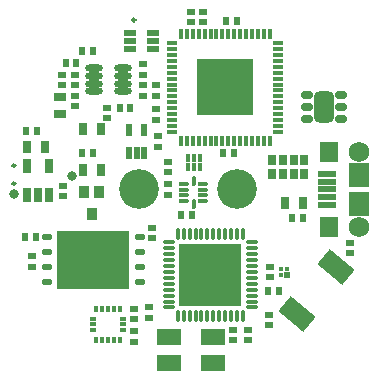
<source format=gts>
%FSLAX24Y24*%
%MOIN*%
G70*
G01*
G75*
G04 Layer_Color=8388736*
%ADD10C,0.0100*%
G04:AMPARAMS|DCode=11|XSize=63mil|YSize=98.4mil|CornerRadius=15.7mil|HoleSize=0mil|Usage=FLASHONLY|Rotation=0.000|XOffset=0mil|YOffset=0mil|HoleType=Round|Shape=RoundedRectangle|*
%AMROUNDEDRECTD11*
21,1,0.0630,0.0669,0,0,0.0*
21,1,0.0315,0.0984,0,0,0.0*
1,1,0.0315,0.0157,-0.0335*
1,1,0.0315,-0.0157,-0.0335*
1,1,0.0315,-0.0157,0.0335*
1,1,0.0315,0.0157,0.0335*
%
%ADD11ROUNDEDRECTD11*%
G04:AMPARAMS|DCode=12|XSize=33.5mil|YSize=17.7mil|CornerRadius=4.4mil|HoleSize=0mil|Usage=FLASHONLY|Rotation=0.000|XOffset=0mil|YOffset=0mil|HoleType=Round|Shape=RoundedRectangle|*
%AMROUNDEDRECTD12*
21,1,0.0335,0.0089,0,0,0.0*
21,1,0.0246,0.0177,0,0,0.0*
1,1,0.0089,0.0123,-0.0044*
1,1,0.0089,-0.0123,-0.0044*
1,1,0.0089,-0.0123,0.0044*
1,1,0.0089,0.0123,0.0044*
%
%ADD12ROUNDEDRECTD12*%
%ADD13O,0.0335X0.0110*%
%ADD14O,0.0110X0.0335*%
%ADD15R,0.2028X0.2028*%
%ADD16R,0.1850X0.1850*%
%ADD17O,0.0110X0.0315*%
%ADD18O,0.0315X0.0110*%
%ADD19O,0.0276X0.0098*%
%ADD20O,0.0098X0.0276*%
%ADD21O,0.0532X0.0177*%
%ADD22R,0.0142X0.0142*%
%ADD23R,0.0110X0.0110*%
G04:AMPARAMS|DCode=24|XSize=59.1mil|YSize=102.4mil|CornerRadius=0mil|HoleSize=0mil|Usage=FLASHONLY|Rotation=230.000|XOffset=0mil|YOffset=0mil|HoleType=Round|Shape=Rectangle|*
%AMROTATEDRECTD24*
4,1,4,-0.0202,0.0555,0.0582,-0.0103,0.0202,-0.0555,-0.0582,0.0103,-0.0202,0.0555,0.0*
%
%ADD24ROTATEDRECTD24*%

%ADD25R,0.0551X0.0630*%
%ADD26R,0.0630X0.0748*%
%ADD27R,0.0532X0.0157*%
%ADD28R,0.0138X0.0098*%
%ADD29R,0.0098X0.0187*%
%ADD30R,0.0217X0.0394*%
%ADD31R,0.0118X0.0193*%
%ADD32R,0.0118X0.0209*%
%ADD33R,0.0787X0.0472*%
%ADD34R,0.0335X0.0157*%
%ADD35R,0.0157X0.0335*%
%ADD36R,0.0276X0.0354*%
%ADD37R,0.0197X0.0315*%
%ADD38O,0.0315X0.0157*%
%ADD39R,0.2362X0.1890*%
%ADD40R,0.0236X0.0157*%
%ADD41R,0.0197X0.0354*%
%ADD42R,0.0157X0.0236*%
%ADD43R,0.0354X0.0197*%
%ADD44C,0.0060*%
%ADD45C,0.0050*%
%ADD46C,0.0120*%
%ADD47C,0.0181*%
%ADD48C,0.0080*%
%ADD49C,0.0150*%
%ADD50C,0.1260*%
%ADD51C,0.0630*%
%ADD52C,0.0180*%
%ADD53C,0.0197*%
%ADD54C,0.0276*%
%ADD55C,0.0260*%
%ADD56C,0.0220*%
%ADD57C,0.0200*%
%ADD58R,0.0236X0.0610*%
%ADD59R,0.0472X0.0709*%
%ADD60R,0.0591X0.0236*%
%ADD61R,0.0236X0.0591*%
%ADD62R,0.0512X0.0217*%
%ADD63R,0.1299X0.1299*%
%ADD64O,0.0315X0.0098*%
%ADD65O,0.0098X0.0315*%
%ADD66C,0.0098*%
%ADD67C,0.0039*%
%ADD68C,0.0079*%
%ADD69C,0.0047*%
G04:AMPARAMS|DCode=70|XSize=43.3mil|YSize=55.1mil|CornerRadius=0mil|HoleSize=0mil|Usage=FLASHONLY|Rotation=230.000|XOffset=0mil|YOffset=0mil|HoleType=Round|Shape=Rectangle|*
%AMROTATEDRECTD70*
4,1,4,-0.0072,0.0343,0.0350,-0.0011,0.0072,-0.0343,-0.0350,0.0011,-0.0072,0.0343,0.0*
%
%ADD70ROTATEDRECTD70*%

G04:AMPARAMS|DCode=71|XSize=69mil|YSize=104.4mil|CornerRadius=18.7mil|HoleSize=0mil|Usage=FLASHONLY|Rotation=0.000|XOffset=0mil|YOffset=0mil|HoleType=Round|Shape=RoundedRectangle|*
%AMROUNDEDRECTD71*
21,1,0.0690,0.0669,0,0,0.0*
21,1,0.0315,0.1044,0,0,0.0*
1,1,0.0375,0.0157,-0.0335*
1,1,0.0375,-0.0157,-0.0335*
1,1,0.0375,-0.0157,0.0335*
1,1,0.0375,0.0157,0.0335*
%
%ADD71ROUNDEDRECTD71*%
G04:AMPARAMS|DCode=72|XSize=39.5mil|YSize=23.7mil|CornerRadius=7.4mil|HoleSize=0mil|Usage=FLASHONLY|Rotation=0.000|XOffset=0mil|YOffset=0mil|HoleType=Round|Shape=RoundedRectangle|*
%AMROUNDEDRECTD72*
21,1,0.0395,0.0089,0,0,0.0*
21,1,0.0246,0.0237,0,0,0.0*
1,1,0.0149,0.0123,-0.0044*
1,1,0.0149,-0.0123,-0.0044*
1,1,0.0149,-0.0123,0.0044*
1,1,0.0149,0.0123,0.0044*
%
%ADD72ROUNDEDRECTD72*%
%ADD73O,0.0390X0.0165*%
%ADD74O,0.0165X0.0390*%
%ADD75R,0.2088X0.2088*%
%ADD76R,0.1910X0.1910*%
%ADD77O,0.0165X0.0370*%
%ADD78O,0.0370X0.0165*%
%ADD79O,0.0336X0.0158*%
%ADD80O,0.0158X0.0336*%
%ADD81O,0.0592X0.0237*%
%ADD82R,0.0202X0.0202*%
%ADD83R,0.0170X0.0170*%
G04:AMPARAMS|DCode=84|XSize=65.1mil|YSize=108.4mil|CornerRadius=0mil|HoleSize=0mil|Usage=FLASHONLY|Rotation=230.000|XOffset=0mil|YOffset=0mil|HoleType=Round|Shape=Rectangle|*
%AMROTATEDRECTD84*
4,1,4,-0.0206,0.0597,0.0624,-0.0099,0.0206,-0.0597,-0.0624,0.0099,-0.0206,0.0597,0.0*
%
%ADD84ROTATEDRECTD84*%

%ADD85R,0.0630X0.0709*%
%ADD86R,0.0709X0.0827*%
%ADD87R,0.0610X0.0236*%
%ADD88R,0.0198X0.0158*%
%ADD89R,0.0158X0.0247*%
%ADD90R,0.0277X0.0454*%
%ADD91R,0.0178X0.0253*%
%ADD92R,0.0178X0.0269*%
%ADD93R,0.0847X0.0532*%
%ADD94R,0.0395X0.0217*%
%ADD95R,0.0217X0.0395*%
%ADD96R,0.0336X0.0414*%
%ADD97R,0.0257X0.0375*%
%ADD98O,0.0375X0.0217*%
%ADD99R,0.2422X0.1950*%
%ADD100R,0.0296X0.0217*%
%ADD101R,0.0257X0.0414*%
%ADD102R,0.0217X0.0296*%
%ADD103R,0.0414X0.0257*%
%ADD104C,0.1320*%
%ADD105C,0.0690*%
%ADD106C,0.0320*%
%ADD107C,0.0020*%
D10*
X-1850Y5650D02*
G03*
X-1850Y5650I-50J0D01*
G01*
X-5850Y200D02*
G03*
X-5850Y200I-50J0D01*
G01*
Y800D02*
G03*
X-5850Y800I-50J0D01*
G01*
D71*
X4450Y2750D02*
D03*
D72*
X3879Y3144D02*
D03*
Y2750D02*
D03*
X5021Y3144D02*
D03*
Y2750D02*
D03*
X3879Y2356D02*
D03*
X5021D02*
D03*
D73*
X2028Y-3933D02*
D03*
Y-3736D02*
D03*
Y-3539D02*
D03*
Y-3342D02*
D03*
Y-3145D02*
D03*
Y-2948D02*
D03*
Y-2752D02*
D03*
Y-2555D02*
D03*
Y-2358D02*
D03*
Y-2161D02*
D03*
Y-1964D02*
D03*
Y-1767D02*
D03*
X-728D02*
D03*
Y-1964D02*
D03*
Y-2161D02*
D03*
Y-2358D02*
D03*
Y-2555D02*
D03*
Y-2752D02*
D03*
Y-2948D02*
D03*
Y-3145D02*
D03*
Y-3342D02*
D03*
Y-3539D02*
D03*
Y-3736D02*
D03*
Y-3933D02*
D03*
D74*
X1733Y-1472D02*
D03*
X1536D02*
D03*
X1339D02*
D03*
X1142D02*
D03*
X945D02*
D03*
X748D02*
D03*
X552D02*
D03*
X355D02*
D03*
X158D02*
D03*
X-39D02*
D03*
X-236D02*
D03*
X-433D02*
D03*
Y-4228D02*
D03*
X-236D02*
D03*
X-39D02*
D03*
X158D02*
D03*
X355D02*
D03*
X552D02*
D03*
X748D02*
D03*
X945D02*
D03*
X1142D02*
D03*
X1339D02*
D03*
X1536D02*
D03*
X1733D02*
D03*
D75*
X650Y-2850D02*
D03*
D76*
X1150Y3400D02*
D03*
D77*
X-326Y5172D02*
D03*
X-130D02*
D03*
X67D02*
D03*
X264D02*
D03*
X461D02*
D03*
X658D02*
D03*
X855D02*
D03*
X1052D02*
D03*
X1248D02*
D03*
X1445D02*
D03*
X1642D02*
D03*
X1839D02*
D03*
X2036D02*
D03*
X2233D02*
D03*
X2430D02*
D03*
X2626D02*
D03*
Y1628D02*
D03*
X2430D02*
D03*
X2233D02*
D03*
X2036D02*
D03*
X1839D02*
D03*
X1642D02*
D03*
X1445D02*
D03*
X1248D02*
D03*
X1052D02*
D03*
X855D02*
D03*
X658D02*
D03*
X461D02*
D03*
X264D02*
D03*
X67D02*
D03*
X-130D02*
D03*
X-326D02*
D03*
D78*
X2922Y4876D02*
D03*
Y4680D02*
D03*
Y4483D02*
D03*
Y4286D02*
D03*
Y4089D02*
D03*
Y3892D02*
D03*
Y3695D02*
D03*
Y3498D02*
D03*
Y3302D02*
D03*
Y3105D02*
D03*
Y2908D02*
D03*
Y2711D02*
D03*
Y2514D02*
D03*
Y2317D02*
D03*
Y2120D02*
D03*
Y1924D02*
D03*
X-622D02*
D03*
Y2120D02*
D03*
Y2317D02*
D03*
Y2514D02*
D03*
Y2711D02*
D03*
Y2908D02*
D03*
Y3105D02*
D03*
Y3302D02*
D03*
Y3498D02*
D03*
Y3695D02*
D03*
Y3892D02*
D03*
Y4089D02*
D03*
Y4286D02*
D03*
Y4483D02*
D03*
Y4680D02*
D03*
Y4876D02*
D03*
D79*
X415Y-395D02*
D03*
Y-198D02*
D03*
Y-2D02*
D03*
Y195D02*
D03*
X-215D02*
D03*
Y-2D02*
D03*
Y-198D02*
D03*
Y-395D02*
D03*
D80*
X100Y294D02*
D03*
Y-494D02*
D03*
D81*
X-2258Y3266D02*
D03*
Y3522D02*
D03*
Y3778D02*
D03*
Y4034D02*
D03*
X-3242Y3266D02*
D03*
Y3522D02*
D03*
Y3778D02*
D03*
Y4034D02*
D03*
D82*
X3200Y-2850D02*
D03*
D83*
Y-2650D02*
D03*
X3000D02*
D03*
Y-2850D02*
D03*
D84*
X3534Y-4146D02*
D03*
X4837Y-2593D02*
D03*
D85*
X4616Y-1260D02*
D03*
Y1260D02*
D03*
D86*
X5600Y-472D02*
D03*
Y472D02*
D03*
D87*
X4547Y0D02*
D03*
Y256D02*
D03*
Y512D02*
D03*
Y-256D02*
D03*
Y-512D02*
D03*
D88*
X-2248Y-4303D02*
D03*
Y-4500D02*
D03*
Y-4697D02*
D03*
X-3252D02*
D03*
Y-4500D02*
D03*
Y-4303D02*
D03*
D89*
X-2356Y-5017D02*
D03*
X-2553D02*
D03*
X-2750D02*
D03*
X-2947D02*
D03*
X-3144D02*
D03*
Y-3983D02*
D03*
X-2947D02*
D03*
X-2750D02*
D03*
X-2553D02*
D03*
X-2356D02*
D03*
D90*
X-5474Y792D02*
D03*
X-4726D02*
D03*
Y-192D02*
D03*
X-5100D02*
D03*
X-5474D02*
D03*
D91*
X297Y752D02*
D03*
X100D02*
D03*
X-97D02*
D03*
Y1048D02*
D03*
X100D02*
D03*
D92*
X297Y1040D02*
D03*
D93*
X728Y-5783D02*
D03*
X-728D02*
D03*
Y-4917D02*
D03*
X728D02*
D03*
D94*
X-2024Y4950D02*
D03*
X-1276Y4694D02*
D03*
Y4950D02*
D03*
Y5206D02*
D03*
X-2024D02*
D03*
Y4694D02*
D03*
D95*
X-2056Y1974D02*
D03*
X-1544D02*
D03*
Y1226D02*
D03*
X-1800D02*
D03*
X-2056D02*
D03*
D96*
X-3044Y-76D02*
D03*
X-3556D02*
D03*
X-3300Y-824D02*
D03*
D97*
X3781Y986D02*
D03*
X3427D02*
D03*
X3073D02*
D03*
X2718D02*
D03*
Y514D02*
D03*
X3073D02*
D03*
X3427D02*
D03*
X3781D02*
D03*
D98*
X-4805Y-1600D02*
D03*
Y-2100D02*
D03*
Y-2600D02*
D03*
Y-3100D02*
D03*
X-1695D02*
D03*
Y-2600D02*
D03*
Y-2100D02*
D03*
Y-1600D02*
D03*
D99*
X-3250Y-2350D02*
D03*
D100*
X-4250Y127D02*
D03*
Y-227D02*
D03*
X-750Y177D02*
D03*
Y-177D02*
D03*
X-1150Y2677D02*
D03*
Y2323D02*
D03*
X-3850Y2773D02*
D03*
Y3127D02*
D03*
X5300Y-2127D02*
D03*
Y-1773D02*
D03*
X-2800Y2727D02*
D03*
Y2373D02*
D03*
X-1100Y1777D02*
D03*
Y1423D02*
D03*
X-1600Y3477D02*
D03*
Y3123D02*
D03*
X-3850Y3827D02*
D03*
Y3473D02*
D03*
X-1150Y3477D02*
D03*
Y3123D02*
D03*
X-4300Y3827D02*
D03*
Y3473D02*
D03*
X-5300Y-2223D02*
D03*
Y-2577D02*
D03*
X-1300Y-1273D02*
D03*
Y-1627D02*
D03*
X-1900Y-5077D02*
D03*
Y-4723D02*
D03*
X-1400Y-4277D02*
D03*
Y-3923D02*
D03*
X-1900Y-4327D02*
D03*
Y-3973D02*
D03*
X1400Y-4673D02*
D03*
Y-5027D02*
D03*
X1900D02*
D03*
Y-4673D02*
D03*
X2600Y-4527D02*
D03*
Y-4173D02*
D03*
X2650Y-2927D02*
D03*
Y-2573D02*
D03*
X-750Y927D02*
D03*
Y573D02*
D03*
X0Y5573D02*
D03*
Y5927D02*
D03*
X400Y5573D02*
D03*
Y5927D02*
D03*
X-1600Y4177D02*
D03*
Y3823D02*
D03*
D101*
X-5445Y1400D02*
D03*
X-4855D02*
D03*
X3745Y-450D02*
D03*
X3155D02*
D03*
X-3595Y650D02*
D03*
X-3005D02*
D03*
X-3595Y2000D02*
D03*
X-3005D02*
D03*
D102*
X-2377Y2700D02*
D03*
X-2023D02*
D03*
X-3627Y4600D02*
D03*
X-3273D02*
D03*
X-3823Y4200D02*
D03*
X-4177D02*
D03*
X-5527Y-1600D02*
D03*
X-5173D02*
D03*
X2573Y-3400D02*
D03*
X2927D02*
D03*
X3373Y-950D02*
D03*
X3727D02*
D03*
X1073Y1200D02*
D03*
X1427D02*
D03*
X-327Y-850D02*
D03*
X27D02*
D03*
X-3273Y1200D02*
D03*
X-3627D02*
D03*
X-5141Y1940D02*
D03*
X-5496D02*
D03*
X1527Y5600D02*
D03*
X1173D02*
D03*
D103*
X-4350Y3095D02*
D03*
Y2505D02*
D03*
D104*
X-1734Y0D02*
D03*
X1534D02*
D03*
D105*
X5600Y-1250D02*
D03*
Y1250D02*
D03*
D106*
X-5900Y-150D02*
D03*
X-3951Y451D02*
D03*
D107*
X-4000Y1600D02*
D03*
X-5100Y200D02*
D03*
X-4550Y1400D02*
D03*
X-4860Y1940D02*
D03*
X2400Y-5300D02*
D03*
X4050Y-2700D02*
D03*
X5050Y-800D02*
D03*
Y500D02*
D03*
M02*

</source>
